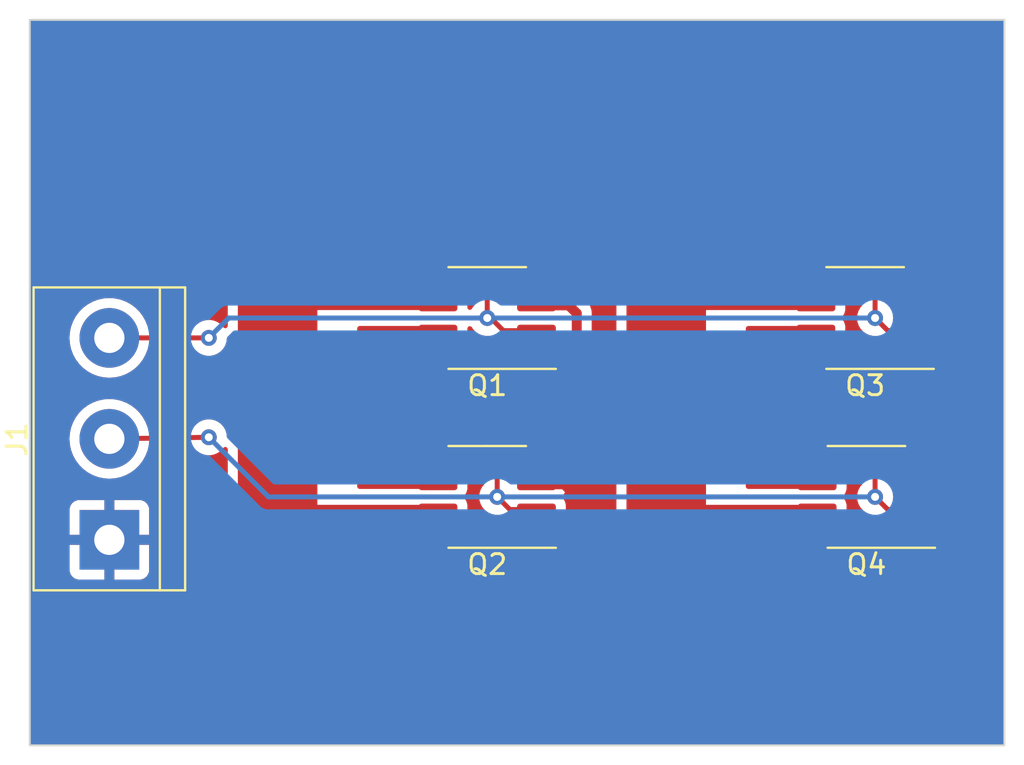
<source format=kicad_pcb>
(kicad_pcb (version 20221018) (generator pcbnew)
  (title_block (title "MosfetPowerControl") (date "2023-10-13") (rev "1.0") (company "Siyuan Xu"))
  (layers (0 "F.Cu" signal) (31 "B.Cu" signal) (34 "B.Paste" user) (35 "F.Paste" user) (36 "B.SilkS" user "B.Silkscreen") (37 "F.SilkS" user "F.Silkscreen") (38 "B.Mask" user) (39 "F.Mask" user) (44 "Edge.Cuts" user))
  (net 0 "")
  (net 1 "GND")
  (net 2 "/G2")
  (net 3 "/G1")
  (net 4 "/PSU_N")
  (net 5 "/D1")
  (net 6 "/D2")
  (net 7 "/D4")
  (net 8 "/D3")
  (footprint "Package_SO:SOIC-8_3.9x4.9mm_P1.27mm" (layer "F.Cu") (at 153.065 84 180)
    (fp_text reference "Q4" (at 0 -3.4) (layer "F.SilkS"))
    (fp_text value "FDS6898A")
    (fp_line (start 0 -2.56) (end -3.45 -2.56) (stroke (width 0.12)) (layer "F.SilkS"))
    (fp_line (start 0 -2.56) (end 1.95 -2.56) (stroke (width 0.12)) (layer "F.SilkS"))
    (fp_line (start 0 2.56) (end -1.95 2.56) (stroke (width 0.12)) (layer "F.SilkS"))
    (fp_line (start 0 2.56) (end 1.95 2.56) (stroke (width 0.12)) (layer "F.SilkS"))
    (pad "1" smd roundrect (at -2.475 -1.905 180) (size 1.95 0.6) (layers "F.Cu" "F.Paste" "F.Mask") (net 1 "GND"))
    (pad "2" smd roundrect (at -2.475 -0.635 180) (size 1.95 0.6) (layers "F.Cu" "F.Paste" "F.Mask") (net 2 "/G2"))
    (pad "3" smd roundrect (at -2.475 0.635 180) (size 1.95 0.6) (layers "F.Cu" "F.Paste" "F.Mask") (net 1 "GND"))
    (pad "4" smd roundrect (at -2.475 1.905 180) (size 1.95 0.6) (layers "F.Cu" "F.Paste" "F.Mask") (net 2 "/G2"))
    (pad "5" smd roundrect (at 2.475 1.905 180) (size 1.95 0.6) (layers "F.Cu" "F.Paste" "F.Mask") (net 8 "/D3"))
    (pad "6" smd roundrect (at 2.475 0.635 180) (size 1.95 0.6) (layers "F.Cu" "F.Paste" "F.Mask") (net 8 "/D3"))
    (pad "7" smd roundrect (at 2.475 -0.635 180) (size 1.95 0.6) (layers "F.Cu" "F.Paste" "F.Mask") (net 7 "/D4"))
    (pad "8" smd roundrect (at 2.475 -1.905 180) (size 1.95 0.6) (layers "F.Cu" "F.Paste" "F.Mask") (net 7 "/D4"))
  )
  (footprint "Package_SO:SOIC-8_3.9x4.9mm_P1.27mm" (layer "F.Cu") (at 153 75 180)
    (fp_text reference "Q3" (at 0 -3.4) (layer "F.SilkS"))
    (fp_text value "FDS6898A")
    (fp_line (start 0 -2.56) (end -3.45 -2.56) (stroke (width 0.12)) (layer "F.SilkS"))
    (fp_line (start 0 -2.56) (end 1.95 -2.56) (stroke (width 0.12)) (layer "F.SilkS"))
    (fp_line (start 0 2.56) (end -1.95 2.56) (stroke (width 0.12)) (layer "F.SilkS"))
    (fp_line (start 0 2.56) (end 1.95 2.56) (stroke (width 0.12)) (layer "F.SilkS"))
    (pad "1" smd roundrect (at -2.475 -1.905 180) (size 1.95 0.6) (layers "F.Cu" "F.Paste" "F.Mask") (net 4 "/PSU_N"))
    (pad "2" smd roundrect (at -2.475 -0.635 180) (size 1.95 0.6) (layers "F.Cu" "F.Paste" "F.Mask") (net 3 "/G1"))
    (pad "3" smd roundrect (at -2.475 0.635 180) (size 1.95 0.6) (layers "F.Cu" "F.Paste" "F.Mask") (net 4 "/PSU_N"))
    (pad "4" smd roundrect (at -2.475 1.905 180) (size 1.95 0.6) (layers "F.Cu" "F.Paste" "F.Mask") (net 3 "/G1"))
    (pad "5" smd roundrect (at 2.475 1.905 180) (size 1.95 0.6) (layers "F.Cu" "F.Paste" "F.Mask") (net 7 "/D4"))
    (pad "6" smd roundrect (at 2.475 0.635 180) (size 1.95 0.6) (layers "F.Cu" "F.Paste" "F.Mask") (net 7 "/D4"))
    (pad "7" smd roundrect (at 2.475 -0.635 180) (size 1.95 0.6) (layers "F.Cu" "F.Paste" "F.Mask") (net 8 "/D3"))
    (pad "8" smd roundrect (at 2.475 -1.905 180) (size 1.95 0.6) (layers "F.Cu" "F.Paste" "F.Mask") (net 8 "/D3"))
  )
  (footprint "Package_SO:SOIC-8_3.9x4.9mm_P1.27mm" (layer "F.Cu") (at 134 75 180)
    (fp_text reference "Q1" (at 0 -3.4) (layer "F.SilkS"))
    (fp_text value "FDS6898A")
    (fp_line (start 0 -2.56) (end -3.45 -2.56) (stroke (width 0.12)) (layer "F.SilkS"))
    (fp_line (start 0 -2.56) (end 1.95 -2.56) (stroke (width 0.12)) (layer "F.SilkS"))
    (fp_line (start 0 2.56) (end -1.95 2.56) (stroke (width 0.12)) (layer "F.SilkS"))
    (fp_line (start 0 2.56) (end 1.95 2.56) (stroke (width 0.12)) (layer "F.SilkS"))
    (pad "1" smd roundrect (at -2.475 -1.905 180) (size 1.95 0.6) (layers "F.Cu" "F.Paste" "F.Mask") (net 4 "/PSU_N"))
    (pad "2" smd roundrect (at -2.475 -0.635 180) (size 1.95 0.6) (layers "F.Cu" "F.Paste" "F.Mask") (net 3 "/G1"))
    (pad "3" smd roundrect (at -2.475 0.635 180) (size 1.95 0.6) (layers "F.Cu" "F.Paste" "F.Mask") (net 4 "/PSU_N"))
    (pad "4" smd roundrect (at -2.475 1.905 180) (size 1.95 0.6) (layers "F.Cu" "F.Paste" "F.Mask") (net 3 "/G1"))
    (pad "5" smd roundrect (at 2.475 1.905 180) (size 1.95 0.6) (layers "F.Cu" "F.Paste" "F.Mask") (net 6 "/D2"))
    (pad "6" smd roundrect (at 2.475 0.635 180) (size 1.95 0.6) (layers "F.Cu" "F.Paste" "F.Mask") (net 6 "/D2"))
    (pad "7" smd roundrect (at 2.475 -0.635 180) (size 1.95 0.6) (layers "F.Cu" "F.Paste" "F.Mask") (net 5 "/D1"))
    (pad "8" smd roundrect (at 2.475 -1.905 180) (size 1.95 0.6) (layers "F.Cu" "F.Paste" "F.Mask") (net 5 "/D1"))
  )
  (footprint "VAMK_CON:TM_BLOCK_3P" (layer "F.Cu") (at 115 86.16 90)
    (fp_text reference "J1" (at 5.05 -4.65 90) (layer "F.SilkS"))
    (fp_text value "Screw_Terminal_01x03" hide)
    (fp_line (start -2.54 -3.81) (end 12.7 -3.81) (stroke (width 0.12)) (layer "F.SilkS"))
    (fp_line (start -2.54 2.54) (end 12.7 2.54) (stroke (width 0.12)) (layer "F.SilkS"))
    (fp_line (start -2.54 3.81) (end -2.54 -3.81) (stroke (width 0.12)) (layer "F.SilkS"))
    (fp_line (start -2.54 3.81) (end 12.7 3.81) (stroke (width 0.12)) (layer "F.SilkS"))
    (fp_line (start 12.7 3.81) (end 12.7 -3.81) (stroke (width 0.12)) (layer "F.SilkS"))
    (pad "1" thru_hole rect (at 0 0 90) (size 3 3) (drill 1.52) (layers "*.Cu" "*.Mask") (net 1 "GND"))
    (pad "2" thru_hole circle (at 5.08 0 90) (size 3 3) (drill 1.52) (layers "*.Cu" "*.Mask") (net 2 "/G2"))
    (pad "3" thru_hole circle (at 10.16 0 90) (size 3 3) (drill 1.52) (layers "*.Cu" "*.Mask") (net 3 "/G1"))
  )
  (footprint "Package_SO:SOIC-8_3.9x4.9mm_P1.27mm" (layer "F.Cu") (at 134 84 180)
    (fp_text reference "Q2" (at 0 -3.4) (layer "F.SilkS"))
    (fp_text value "FDS6898A")
    (fp_line (start 0 -2.56) (end -3.45 -2.56) (stroke (width 0.12)) (layer "F.SilkS"))
    (fp_line (start 0 -2.56) (end 1.95 -2.56) (stroke (width 0.12)) (layer "F.SilkS"))
    (fp_line (start 0 2.56) (end -1.95 2.56) (stroke (width 0.12)) (layer "F.SilkS"))
    (fp_line (start 0 2.56) (end 1.95 2.56) (stroke (width 0.12)) (layer "F.SilkS"))
    (pad "1" smd roundrect (at -2.475 -1.905 180) (size 1.95 0.6) (layers "F.Cu" "F.Paste" "F.Mask") (net 1 "GND"))
    (pad "2" smd roundrect (at -2.475 -0.635 180) (size 1.95 0.6) (layers "F.Cu" "F.Paste" "F.Mask") (net 2 "/G2"))
    (pad "3" smd roundrect (at -2.475 0.635 180) (size 1.95 0.6) (layers "F.Cu" "F.Paste" "F.Mask") (net 1 "GND"))
    (pad "4" smd roundrect (at -2.475 1.905 180) (size 1.95 0.6) (layers "F.Cu" "F.Paste" "F.Mask") (net 2 "/G2"))
    (pad "5" smd roundrect (at 2.475 1.905 180) (size 1.95 0.6) (layers "F.Cu" "F.Paste" "F.Mask") (net 5 "/D1"))
    (pad "6" smd roundrect (at 2.475 0.635 180) (size 1.95 0.6) (layers "F.Cu" "F.Paste" "F.Mask") (net 5 "/D1"))
    (pad "7" smd roundrect (at 2.475 -0.635 180) (size 1.95 0.6) (layers "F.Cu" "F.Paste" "F.Mask") (net 6 "/D2"))
    (pad "8" smd roundrect (at 2.475 -1.905 180) (size 1.95 0.6) (layers "F.Cu" "F.Paste" "F.Mask") (net 6 "/D2"))
  )
  (gr_rect (start 111 60) (end 160 96.5) (stroke (width 0.1)) (fill none) (layer "Edge.Cuts"))
  (gr_text "SAM 667\nThe neighbour of the Beast!" (at 114 67) (layer "F.Cu") (effects (font (size 0.8 0.8) (thickness 0.15) bold) (justify left bottom)))
  (segment (start 137.865 83.365) (end 136.475 83.365) (width 0.5) (layer "F.Cu") (net 1))
  (segment (start 138.5 84) (end 137.865 83.365) (width 0.5) (layer "F.Cu") (net 1))
  (segment (start 157.095 85.905) (end 157.5 85.5) (width 0.5) (layer "F.Cu") (net 1))
  (segment (start 157.5 83.865) (end 157 83.365) (width 0.5) (layer "F.Cu") (net 1))
  (segment (start 157.5 85.5) (end 157.5 83.865) (width 0.5) (layer "F.Cu") (net 1))
  (segment (start 137.905 85.905) (end 138.5 85.31) (width 0.5) (layer "F.Cu") (net 1))
  (segment (start 157 83.365) (end 155.54 83.365) (width 0.5) (layer "F.Cu") (net 1))
  (segment (start 157.095 85.905) (end 155.54 85.905) (width 0.5) (layer "F.Cu") (net 1))
  (segment (start 138.5 85.31) (end 138.5 84) (width 0.5) (layer "F.Cu") (net 1))
  (segment (start 136.475 85.905) (end 137.905 85.905) (width 0.5) (layer "F.Cu") (net 1))
  (segment (start 154.405 82.095) (end 153.5 83) (width 0.25) (layer "F.Cu") (net 2))
  (segment (start 154.135 84.635) (end 155.54 84.635) (width 0.25) (layer "F.Cu") (net 2))
  (segment (start 115 81.08) (end 120 81) (width 0.25) (layer "F.Cu") (net 2))
  (segment (start 155.54 82.095) (end 154.405 82.095) (width 0.25) (layer "F.Cu") (net 2))
  (segment (start 155.54 82.095) (end 155.9486 82.095) (width 0.25) (layer "F.Cu") (net 2))
  (segment (start 135.405 82.095) (end 134.5 83) (width 0.25) (layer "F.Cu") (net 2))
  (segment (start 135.135 84.635) (end 136.475 84.635) (width 0.25) (layer "F.Cu") (net 2))
  (segment (start 153.5 83) (end 153.5 84) (width 0.25) (layer "F.Cu") (net 2))
  (segment (start 134.5 83) (end 134.5 84) (width 0.25) (layer "F.Cu") (net 2))
  (segment (start 153.5 84) (end 154.135 84.635) (width 0.25) (layer "F.Cu") (net 2))
  (segment (start 136.475 82.095) (end 136.8836 82.095) (width 0.25) (layer "F.Cu") (net 2))
  (segment (start 134.5 84) (end 135.135 84.635) (width 0.25) (layer "F.Cu") (net 2))
  (segment (start 120 81) (end 119.92 81.08) (width 0.25) (layer "F.Cu") (net 2))
  (segment (start 136.475 82.095) (end 135.405 82.095) (width 0.25) (layer "F.Cu") (net 2))
  (segment (start 155.9598 84.635) (end 155.54 84.635) (width 0.25) (layer "F.Cu") (net 2))
  (via (at 153.5 84) (size 0.8) (drill 0.4) (layers "F.Cu" "B.Cu") (net 2))
  (via (at 120 81) (size 0.8) (drill 0.4) (layers "F.Cu" "B.Cu") (net 2))
  (via (at 134.5 84) (size 0.8) (drill 0.4) (layers "F.Cu" "B.Cu") (net 2))
  (segment (start 153.5 84) (end 134.5 84) (width 0.25) (layer "B.Cu") (net 2))
  (segment (start 134.5 84) (end 123 84) (width 0.25) (layer "B.Cu") (net 2))
  (segment (start 123 84) (end 120 81) (width 0.25) (layer "B.Cu") (net 2))
  (segment (start 153.5 75) (end 154.135 75.635) (width 0.25) (layer "F.Cu") (net 3))
  (segment (start 115 76) (end 120 76) (width 0.25) (layer "F.Cu") (net 3))
  (segment (start 155.475 73.095) (end 154.405 73.095) (width 0.25) (layer "F.Cu") (net 3))
  (segment (start 134 74) (end 134 75) (width 0.25) (layer "F.Cu") (net 3))
  (segment (start 134.1772 75) (end 134 75) (width 0.25) (layer "F.Cu") (net 3))
  (segment (start 134.8122 75.635) (end 134.1772 75) (width 0.25) (layer "F.Cu") (net 3))
  (segment (start 154.405 73.095) (end 153.5 74) (width 0.25) (layer "F.Cu") (net 3))
  (segment (start 136.475 75.635) (end 134.8122 75.635) (width 0.25) (layer "F.Cu") (net 3))
  (segment (start 134.905 73.095) (end 134 74) (width 0.25) (layer "F.Cu") (net 3))
  (segment (start 136.475 73.095) (end 134.905 73.095) (width 0.25) (layer "F.Cu") (net 3))
  (segment (start 154.135 75.635) (end 155.475 75.635) (width 0.25) (layer "F.Cu") (net 3))
  (segment (start 153.5 74) (end 153.5 75) (width 0.25) (layer "F.Cu") (net 3))
  (via (at 134 75) (size 0.8) (drill 0.4) (layers "F.Cu" "B.Cu") (net 3))
  (via (at 120 76) (size 0.8) (drill 0.4) (layers "F.Cu" "B.Cu") (net 3))
  (via (at 153.5 75) (size 0.8) (drill 0.4) (layers "F.Cu" "B.Cu") (net 3))
  (segment (start 134 75) (end 121 75) (width 0.25) (layer "B.Cu") (net 3))
  (segment (start 121 75) (end 120 76) (width 0.25) (layer "B.Cu") (net 3))
  (segment (start 153.5 75) (end 134 75) (width 0.25) (layer "B.Cu") (net 3))
  (segment (start 143.5 67.5) (end 140 67.5) (width 0.5) (layer "F.Cu") (net 4))
  (segment (start 138.095 76.905) (end 138.5 76.5) (width 0.5) (layer "F.Cu") (net 4))
  (segment (start 155.475 76.905) (end 154.6269 76.905) (width 0.25) (layer "F.Cu") (net 4))
  (segment (start 138.5 69) (end 138.5 73.9667) (width 0.5) (layer "F.Cu") (net 4))
  (segment (start 157.135 74.365) (end 157.5 74) (width 0.5) (layer "F.Cu") (net 4))
  (segment (start 138.5 74.7633) (end 138.1017 74.365) (width 0.5) (layer "F.Cu") (net 4))
  (segment (start 138.1017 74.365) (end 136.475 74.365) (width 0.5) (layer "F.Cu") (net 4))
  (segment (start 157.5 76.5) (end 157.5 75) (width 0.5) (layer "F.Cu") (net 4))
  (segment (start 140 67.5) (end 138.5 69) (width 0.5) (layer "F.Cu") (net 4))
  (segment (start 157.5 71.5) (end 151 65) (width 0.5) (layer "F.Cu") (net 4))
  (segment (start 156.865 74.365) (end 155.475 74.365) (width 0.5) (layer "F.Cu") (net 4))
  (segment (start 151 65) (end 146 65) (width 0.5) (layer "F.Cu") (net 4))
  (segment (start 157.095 76.905) (end 155.475 76.905) (width 0.5) (layer "F.Cu") (net 4))
  (segment (start 136.475 76.905) (end 138.095 76.905) (width 0.5) (layer "F.Cu") (net 4))
  (segment (start 155.9067 76.905) (end 155.475 76.905) (width 0.25) (layer "F.Cu") (net 4))
  (segment (start 138.5 76.5) (end 138.5 74.7633) (width 0.5) (layer "F.Cu") (net 4))
  (segment (start 157.5 74) (end 157.5 71.5) (width 0.5) (layer "F.Cu") (net 4))
  (segment (start 157.5 75) (end 156.865 74.365) (width 0.5) (layer "F.Cu") (net 4))
  (segment (start 157.095 76.905) (end 157.5 76.5) (width 0.5) (layer "F.Cu") (net 4))
  (segment (start 138.5 73.9667) (end 138.1017 74.365) (width 0.5) (layer "F.Cu") (net 4))
  (segment (start 146 65) (end 143.5 67.5) (width 0.5) (layer "F.Cu") (net 4))
  (segment (start 156.865 74.365) (end 157.135 74.365) (width 0.5) (layer "F.Cu") (net 4))
  (zone (net 0) (net_name "") (layer "F.Cu") (connect_pads (clearance 0)) (min_thickness 0.25)
    (keepout (tracks allowed) (vias allowed) (pads allowed) (copperpour not_allowed) (footprints allowed))
    (fill (thermal_gap 0.5) (thermal_bridge_width 0.5) (island_removal_mode 1) (island_area_min 10))
    (polygon (pts (xy 126.22 75.1) (xy 127.02 75.08) (xy 126.98 83.92) (xy 125.96 83.88) (xy 125.96 75.1)))
  )
  (zone (net 1) (net_name "GND") (layer "F.Cu") (priority 3) (connect_pads (clearance 0.5)) (min_thickness 0.25) (fill yes (thermal_gap 0.5) (thermal_bridge_width 0.5) (island_removal_mode 1) (island_area_min 10))
    (polygon (pts (xy 150.531547 92.955718) (xy 150.511834 92.642385) (xy 150.453005 92.333993) (xy 150.355988 92.035407) (xy 150.222314 91.751334) (xy 150.054089 91.486255) (xy 149.853969 91.24435) (xy 149.625107 91.029435) (xy 149.371114 90.844898) (xy 149.095995 90.69365) (xy 148.804089 90.578077) (xy 148.5 90.5) (xy 148.188523 90.460651) (xy 147.874571 90.460651) (xy 147.563094 90.5) (xy 147.259005 90.578077) (xy 146.967099 90.69365) (xy 146.69198 90.844898) (xy 146.437987 91.029435) (xy 146.209125 91.24435) (xy 146.009005 91.486255) (xy 145.84078 91.751334) (xy 145.707106 92.035407) (xy 145.610089 92.333993) (xy 145.55126 92.642385) (xy 145.531547 92.955718) (xy 145.55126 93.269051) (xy 145.610089 93.577443) (xy 145.707106 93.876029) (xy 145.84078 94.160102) (xy 146.009005 94.425181) (xy 146.209125 94.667086) (xy 146.437987 94.882001) (xy 146.69198 95.066538) (xy 146.967099 95.217786) (xy 147.259005 95.333359) (xy 147.563094 95.411436) (xy 147.874571 95.450785) (xy 148.188523 95.450785) (xy 148.5 95.411436) (xy 148.804089 95.333359) (xy 149.095995 95.217786) (xy 149.371114 95.066538) (xy 149.625107 94.882001) (xy 149.853969 94.667086) (xy 150.054089 94.425181) (xy 150.222314 94.160102) (xy 150.355988 93.876029) (xy 150.453005 93.577443) (xy 150.511834 93.269051)))
  )
  (zone (net 0) (net_name "") (layer "F.Cu") (connect_pads (clearance 0)) (min_thickness 0.25)
    (keepout (tracks allowed) (vias allowed) (pads allowed) (copperpour not_allowed) (footprints allowed))
    (fill (thermal_gap 0.5) (thermal_bridge_width 0.5) (island_removal_mode 1) (island_area_min 10))
    (polygon (pts (xy 156.5 76.5) (xy 157 76) (xy 157 75) (xy 156.5 75) (xy 156.502322 75.438873)))
  )
  (zone (net 0) (net_name "") (layer "F.Cu") (connect_pads (clearance 0)) (min_thickness 0.25)
    (keepout (tracks allowed) (vias allowed) (pads allowed) (copperpour not_allowed) (footprints allowed))
    (fill (thermal_gap 0.5) (thermal_bridge_width 0.5) (island_removal_mode 1) (island_area_min 10))
    (polygon (pts (xy 137.84 74.93) (xy 138.39 75.15) (xy 138.31 75.88) (xy 137.9 76.01) (xy 137.85 74.94)))
  )
  (zone (net 0) (net_name "") (layer "F.Cu") (connect_pads (clearance 0)) (min_thickness 0.25)
    (keepout (tracks allowed) (vias allowed) (pads allowed) (copperpour not_allowed) (footprints allowed))
    (fill (thermal_gap 0.5) (thermal_bridge_width 0.5) (island_removal_mode 1) (island_area_min 10))
    (polygon (pts (xy 157 73) (xy 157.5 73.151127) (xy 157.5 74) (xy 157 74) (xy 157.002322 73.561127)))
  )
  (zone (net 8) (net_name "/D3") (layer "F.Cu") (name "D3") (priority 2) (connect_pads (clearance 0.5)) (min_thickness 0.25) (fill yes (thermal_gap 0.5) (thermal_bridge_width 0.5) (island_removal_mode 1) (island_area_min 10))
    (polygon (pts (xy 147 75.4) (xy 152 75.4) (xy 152 83.6) (xy 147 83.6)))
  )
  (zone (net 7) (net_name "/D4") (layer "F.Cu") (priority 2) (connect_pads (clearance 0.5)) (min_thickness 0.25) (fill yes (thermal_gap 0.5) (thermal_bridge_width 0.5) (island_removal_mode 1) (island_area_min 10))
    (polygon (pts (xy 152 70) (xy 141 70) (xy 141 89) (xy 152 89) (xy 152 84.4) (xy 145 84.4) (xy 145 74.6) (xy 152 74.6)))
  )
  (zone (net 6) (net_name "/D2") (layer "F.Cu") (priority 2) (connect_pads (clearance 0)) (min_thickness 0.25) (fill yes (thermal_gap 0.5) (thermal_bridge_width 0.5) (island_removal_mode 1) (island_area_min 10))
    (polygon (pts (xy 132.96 70) (xy 121.46 70) (xy 121.46 89) (xy 132.96 89) (xy 132.96 84.4) (xy 125.46 84.4) (xy 125.46 74.6) (xy 132.96 74.6)))
  )
  (zone (net 0) (net_name "") (layer "F.Cu") (connect_pads (clearance 0)) (min_thickness 0.25)
    (keepout (tracks allowed) (vias allowed) (pads allowed) (copperpour not_allowed) (footprints allowed))
    (fill (thermal_gap 0.5) (thermal_bridge_width 0.5) (island_removal_mode 1) (island_area_min 10))
    (polygon (pts (xy 134.6 74.02) (xy 135.06 73.99) (xy 135.13 74.37) (xy 134.85 74.83) (xy 134.54 74.5)))
  )
  (zone (net 5) (net_name "/D1") (layer "F.Cu") (priority 2) (connect_pads (clearance 0)) (min_thickness 0.25) (fill yes (thermal_gap 0.5) (thermal_bridge_width 0.5) (island_removal_mode 1) (island_area_min 10))
    (polygon (pts (xy 127.46 75.4) (xy 132.96 75.4) (xy 132.96 83.6) (xy 127.46 83.6)))
  )
  (zone (net 4) (net_name "/PSU_N") (layer "F.Cu") (priority 2) (connect_pads (clearance 0.5)) (min_thickness 0.25) (fill yes (thermal_gap 0.5) (thermal_bridge_width 0.5) (island_removal_mode 1) (island_area_min 10))
    (polygon (pts (xy 151.031547 64.995067) (xy 151.011834 64.681734) (xy 150.953005 64.373342) (xy 150.855988 64.074756) (xy 150.722314 63.790683) (xy 150.554089 63.525604) (xy 150.353969 63.283699) (xy 150.125107 63.068784) (xy 149.871114 62.884247) (xy 149.595995 62.732999) (xy 149.304089 62.617426) (xy 149 62.539349) (xy 148.688523 62.5) (xy 148.374571 62.5) (xy 148.063094 62.539349) (xy 147.759005 62.617426) (xy 147.467099 62.732999) (xy 147.19198 62.884247) (xy 146.937987 63.068784) (xy 146.709125 63.283699) (xy 146.509005 63.525604) (xy 146.34078 63.790683) (xy 146.207106 64.074756) (xy 146.110089 64.373342) (xy 146.05126 64.681734) (xy 146.031547 64.995067) (xy 146.05126 65.3084) (xy 146.110089 65.616792) (xy 146.207106 65.915378) (xy 146.34078 66.199451) (xy 146.509005 66.46453) (xy 146.709125 66.706435) (xy 146.937987 66.92135) (xy 147.19198 67.105887) (xy 147.467099 67.257135) (xy 147.759005 67.372708) (xy 148.063094 67.450785) (xy 148.374571 67.490134) (xy 148.688523 67.490134) (xy 149 67.450785) (xy 149.304089 67.372708) (xy 149.595995 67.257135) (xy 149.871114 67.105887) (xy 150.125107 66.92135) (xy 150.353969 66.706435) (xy 150.554089 66.46453) (xy 150.722314 66.199451) (xy 150.855988 65.915378) (xy 150.953005 65.616792) (xy 151.011834 65.3084)))
  )
  (zone (net 0) (net_name "") (layer "F.Cu") (connect_pads (clearance 0)) (min_thickness 0.25)
    (keepout (tracks allowed) (vias allowed) (pads allowed) (copperpour not_allowed) (footprints allowed))
    (fill (thermal_gap 0.5) (thermal_bridge_width 0.5) (island_removal_mode 1) (island_area_min 10))
    (polygon (pts (xy 145.747182 75.112747) (xy 146.547182 75.092747) (xy 146.507182 83.932747) (xy 145.487182 83.892747) (xy 145.487182 75.112747)))
  )
  (zone (net 1) (net_name "GND") (layers "F&B.Cu") (priority 1) (connect_pads (clearance 0.5)) (min_thickness 0.25) (fill yes (thermal_gap 0.5) (thermal_bridge_width 0.5) (island_removal_mode 1) (island_area_min 10))
    (polygon (pts (xy 110 59.5) (xy 161 59) (xy 161 97.5) (xy 110 97.5)))
  )
)
</source>
